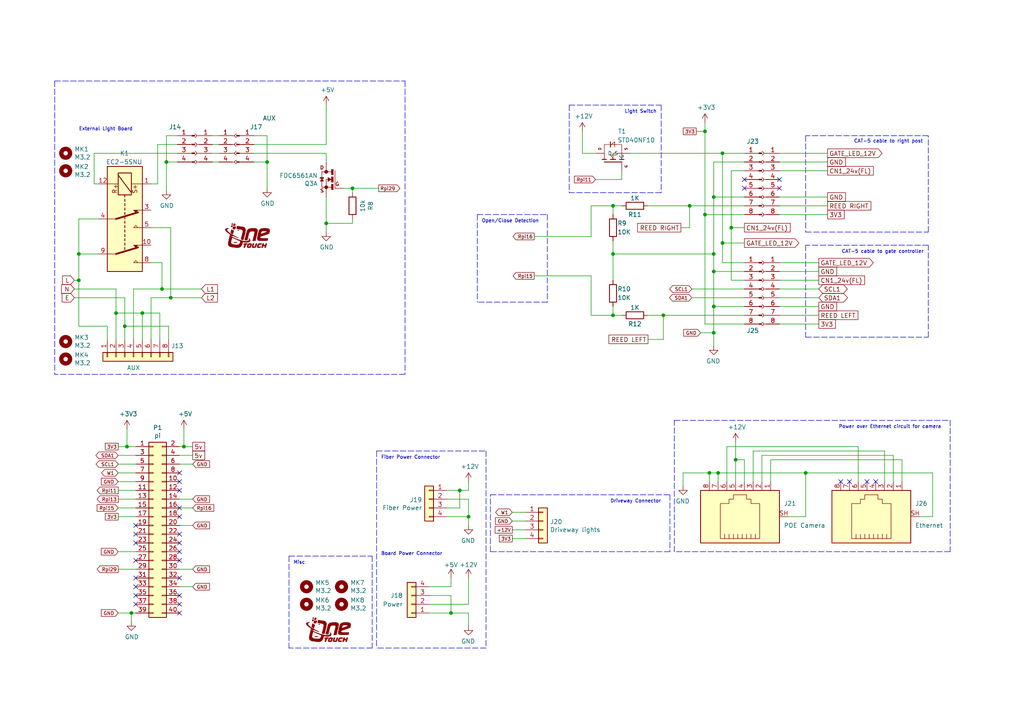
<source format=kicad_sch>
(kicad_sch (version 20211123) (generator eeschema)
  (paper "A4")
  (title_block (title "Raspberry Pi daughter board") (date "2021-12-31") (rev "2022.1.2") (company "Donie Kelly"))
  (lib_symbols
    (symbol "Connector:Conn_01x04_Female" (pin_names (offset 1.016) hide)
      (property "Reference" "J" (at 0 5.08 0))
      (property "Value" "Conn_01x04_Female" (at 0 -7.62 0))
      (symbol "Conn_01x04_Female_1_1"
        (pin passive line (at -5.08 2.54 0) (length 3.81) (name "Pin_1") (number "1"))
        (pin passive line (at -5.08 0 0) (length 3.81) (name "Pin_2") (number "2"))
        (pin passive line (at -5.08 -2.54 0) (length 3.81) (name "Pin_3") (number "3"))
        (pin passive line (at -5.08 -5.08 0) (length 3.81) (name "Pin_4") (number "4"))
      )
    )
    (symbol "Connector:Conn_01x04_Male" (pin_names (offset 1.016) hide)
      (property "Reference" "J" (at 0 5.08 0))
      (property "Value" "Conn_01x04_Male" (at 0 -7.62 0))
      (symbol "Conn_01x04_Male_1_1"
        (pin passive line (at 5.08 2.54 180) (length 3.81) (name "Pin_1") (number "1"))
        (pin passive line (at 5.08 0 180) (length 3.81) (name "Pin_2") (number "2"))
        (pin passive line (at 5.08 -2.54 180) (length 3.81) (name "Pin_3") (number "3"))
        (pin passive line (at 5.08 -5.08 180) (length 3.81) (name "Pin_4") (number "4"))
      )
    )
    (symbol "Connector:Conn_01x08_Female" (pin_names (offset 1.016) hide)
      (property "Reference" "J" (at 0 10.16 0))
      (property "Value" "Conn_01x08_Female" (at 0 -12.7 0))
      (symbol "Conn_01x08_Female_1_1"
        (pin passive line (at -5.08 7.62 0) (length 3.81) (name "Pin_1") (number "1"))
        (pin passive line (at -5.08 5.08 0) (length 3.81) (name "Pin_2") (number "2"))
        (pin passive line (at -5.08 2.54 0) (length 3.81) (name "Pin_3") (number "3"))
        (pin passive line (at -5.08 0 0) (length 3.81) (name "Pin_4") (number "4"))
        (pin passive line (at -5.08 -2.54 0) (length 3.81) (name "Pin_5") (number "5"))
        (pin passive line (at -5.08 -5.08 0) (length 3.81) (name "Pin_6") (number "6"))
        (pin passive line (at -5.08 -7.62 0) (length 3.81) (name "Pin_7") (number "7"))
        (pin passive line (at -5.08 -10.16 0) (length 3.81) (name "Pin_8") (number "8"))
      )
    )
    (symbol "Connector:Conn_01x08_Male" (pin_names (offset 1.016) hide)
      (property "Reference" "J" (at 0 10.16 0))
      (property "Value" "Conn_01x08_Male" (at 0 -12.7 0))
      (symbol "Conn_01x08_Male_1_1"
        (pin passive line (at 5.08 7.62 180) (length 3.81) (name "Pin_1") (number "1"))
        (pin passive line (at 5.08 5.08 180) (length 3.81) (name "Pin_2") (number "2"))
        (pin passive line (at 5.08 2.54 180) (length 3.81) (name "Pin_3") (number "3"))
        (pin passive line (at 5.08 0 180) (length 3.81) (name "Pin_4") (number "4"))
        (pin passive line (at 5.08 -2.54 180) (length 3.81) (name "Pin_5") (number "5"))
        (pin passive line (at 5.08 -5.08 180) (length 3.81) (name "Pin_6") (number "6"))
        (pin passive line (at 5.08 -7.62 180) (length 3.81) (name "Pin_7") (number "7"))
        (pin passive line (at 5.08 -10.16 180) (length 3.81) (name "Pin_8") (number "8"))
      )
    )
    (symbol "Connector:RJ45_Shielded" (pin_names (offset 1.016))
      (property "Reference" "J" (at -5.08 13.97 0))
      (property "Value" "RJ45_Shielded" (at 2.54 13.97 0))
      (symbol "RJ45_Shielded_1_1"
        (pin passive line (at 10.16 -7.62 180) (length 2.54) (name "~") (number "1"))
        (pin passive line (at 10.16 -5.08 180) (length 2.54) (name "~") (number "2"))
        (pin passive line (at 10.16 -2.54 180) (length 2.54) (name "~") (number "3"))
        (pin passive line (at 10.16 0 180) (length 2.54) (name "~") (number "4"))
        (pin passive line (at 10.16 2.54 180) (length 2.54) (name "~") (number "5"))
        (pin passive line (at 10.16 5.08 180) (length 2.54) (name "~") (number "6"))
        (pin passive line (at 10.16 7.62 180) (length 2.54) (name "~") (number "7"))
        (pin passive line (at 10.16 10.16 180) (length 2.54) (name "~") (number "8"))
        (pin passive line (at 0 -12.7 90) (length 2.54) (name "~") (number "SH"))
      )
    )
    (symbol "Connector_Generic:Conn_01x04" (pin_names (offset 1.016) hide)
      (property "Reference" "J" (at 0 5.08 0))
      (property "Value" "Conn_01x04" (at 0 -7.62 0))
      (symbol "Conn_01x04_1_1"
        (pin passive line (at -5.08 2.54 0) (length 3.81) (name "Pin_1") (number "1"))
        (pin passive line (at -5.08 0 0) (length 3.81) (name "Pin_2") (number "2"))
        (pin passive line (at -5.08 -2.54 0) (length 3.81) (name "Pin_3") (number "3"))
        (pin passive line (at -5.08 -5.08 0) (length 3.81) (name "Pin_4") (number "4"))
      )
    )
    (symbol "Connector_Generic:Conn_01x08" (pin_names (offset 1.016) hide)
      (property "Reference" "J" (at 0 10.16 0))
      (property "Value" "Conn_01x08" (at 0 -12.7 0))
      (symbol "Conn_01x08_1_1"
        (pin passive line (at -5.08 7.62 0) (length 3.81) (name "Pin_1") (number "1"))
        (pin passive line (at -5.08 5.08 0) (length 3.81) (name "Pin_2") (number "2"))
        (pin passive line (at -5.08 2.54 0) (length 3.81) (name "Pin_3") (number "3"))
        (pin passive line (at -5.08 0 0) (length 3.81) (name "Pin_4") (number "4"))
        (pin passive line (at -5.08 -2.54 0) (length 3.81) (name "Pin_5") (number "5"))
        (pin passive line (at -5.08 -5.08 0) (length 3.81) (name "Pin_6") (number "6"))
        (pin passive line (at -5.08 -7.62 0) (length 3.81) (name "Pin_7") (number "7"))
        (pin passive line (at -5.08 -10.16 0) (length 3.81) (name "Pin_8") (number "8"))
      )
    )
    (symbol "Connector_Generic:Conn_02x20_Odd_Even" (pin_names (offset 1.016) hide)
      (property "Reference" "J" (at 1.27 25.4 0))
      (property "Value" "Conn_02x20_Odd_Even" (at 1.27 -27.94 0))
      (symbol "Conn_02x20_Odd_Even_1_1"
        (pin passive line (at -5.08 22.86 0) (length 3.81) (name "Pin_1") (number "1"))
        (pin passive line (at 7.62 12.7 180) (length 3.81) (name "Pin_10") (number "10"))
        (pin passive line (at -5.08 10.16 0) (length 3.81) (name "Pin_11") (number "11"))
        (pin passive line (at 7.62 10.16 180) (length 3.81) (name "Pin_12") (number "12"))
        (pin passive line (at -5.08 7.62 0) (length 3.81) (name "Pin_13") (number "13"))
        (pin passive line (at 7.62 7.62 180) (length 3.81) (name "Pin_14") (number "14"))
        (pin passive line (at -5.08 5.08 0) (length 3.81) (name "Pin_15") (number "15"))
        (pin passive line (at 7.62 5.08 180) (length 3.81) (name "Pin_16") (number "16"))
        (pin passive line (at -5.08 2.54 0) (length 3.81) (name "Pin_17") (number "17"))
        (pin passive line (at 7.62 2.54 180) (length 3.81) (name "Pin_18") (number "18"))
        (pin passive line (at -5.08 0 0) (length 3.81) (name "Pin_19") (number "19"))
        (pin passive line (at 7.62 22.86 180) (length 3.81) (name "Pin_2") (number "2"))
        (pin passive line (at 7.62 0 180) (length 3.81) (name "Pin_20") (number "20"))
        (pin passive line (at -5.08 -2.54 0) (length 3.81) (name "Pin_21") (number "21"))
        (pin passive line (at 7.62 -2.54 180) (length 3.81) (name "Pin_22") (number "22"))
        (pin passive line (at -5.08 -5.08 0) (length 3.81) (name "Pin_23") (number "23"))
        (pin passive line (at 7.62 -5.08 180) (length 3.81) (name "Pin_24") (number "24"))
        (pin passive line (at -5.08 -7.62 0) (length 3.81) (name "Pin_25") (number "25"))
        (pin passive line (at 7.62 -7.62 180) (length 3.81) (name "Pin_26") (number "26"))
        (pin passive line (at -5.08 -10.16 0) (length 3.81) (name "Pin_27") (number "27"))
        (pin passive line (at 7.62 -10.16 180) (length 3.81) (name "Pin_28") (number "28"))
        (pin passive line (at -5.08 -12.7 0) (length 3.81) (name "Pin_29") (number "29"))
        (pin passive line (at -5.08 20.32 0) (length 3.81) (name "Pin_3") (number "3"))
        (pin passive line (at 7.62 -12.7 180) (length 3.81) (name "Pin_30") (number "30"))
        (pin passive line (at -5.08 -15.24 0) (length 3.81) (name "Pin_31") (number "31"))
        (pin passive line (at 7.62 -15.24 180) (length 3.81) (name "Pin_32") (number "32"))
        (pin passive line (at -5.08 -17.78 0) (length 3.81) (name "Pin_33") (number "33"))
        (pin passive line (at 7.62 -17.78 180) (length 3.81) (name "Pin_34") (number "34"))
        (pin passive line (at -5.08 -20.32 0) (length 3.81) (name "Pin_35") (number "35"))
        (pin passive line (at 7.62 -20.32 180) (length 3.81) (name "Pin_36") (number "36"))
        (pin passive line (at -5.08 -22.86 0) (length 3.81) (name "Pin_37") (number "37"))
        (pin passive line (at 7.62 -22.86 180) (length 3.81) (name "Pin_38") (number "38"))
        (pin passive line (at -5.08 -25.4 0) (length 3.81) (name "Pin_39") (number "39"))
        (pin passive line (at 7.62 20.32 180) (length 3.81) (name "Pin_4") (number "4"))
        (pin passive line (at 7.62 -25.4 180) (length 3.81) (name "Pin_40") (number "40"))
        (pin passive line (at -5.08 17.78 0) (length 3.81) (name "Pin_5") (number "5"))
        (pin passive line (at 7.62 17.78 180) (length 3.81) (name "Pin_6") (number "6"))
        (pin passive line (at -5.08 15.24 0) (length 3.81) (name "Pin_7") (number "7"))
        (pin passive line (at 7.62 15.24 180) (length 3.81) (name "Pin_8") (number "8"))
        (pin passive line (at -5.08 12.7 0) (length 3.81) (name "Pin_9") (number "9"))
      )
    )
    (symbol "Device:R" (pin_numbers hide) (pin_names (offset 0))
      (property "Reference" "R" (at 2.032 0 90))
      (property "Value" "R" (at 0 0 90))
      (symbol "R_1_1"
        (pin passive line (at 0 3.81 270) (length 1.27) (name "~") (number "1"))
        (pin passive line (at 0 -3.81 90) (length 1.27) (name "~") (number "2"))
      )
    )
    (symbol "FDC6561AN:FDC6561AN" (pin_numbers hide) (pin_names (offset 1.016) hide)
      (property "Reference" "Q" (at 2.54 0 0))
      (property "Value" "FDC6561AN" (at 2.54 -2.54 0))
      (symbol "FDC6561AN_0_0"
        (text "D" (at 0.635 2.8702 0) (effects (font (size 1.016 1.016)) (justify left bottom)))
        (text "D" (at 0.635 2.8702 0) (effects (font (size 1.016 1.016)) (justify left bottom)))
        (text "G" (at -3.81 -1.905 0) (effects (font (size 1.016 1.016)) (justify left bottom)))
        (text "G" (at -3.81 -1.905 0) (effects (font (size 1.016 1.016)) (justify left bottom)))
        (text "S" (at 0.635 -3.81 0) (effects (font (size 1.016 1.016)) (justify left bottom)))
        (text "S" (at 0.635 -3.81 0) (effects (font (size 1.016 1.016)) (justify left bottom)))
      )
      (symbol "FDC6561AN_1_0"
        (pin passive line (at -5.08 -2.54 0) (length 2.54) (name "~") (number "1"))
        (pin passive line (at 0 -5.08 90) (length 2.54) (name "~") (number "5"))
        (pin passive line (at 0 5.08 270) (length 2.54) (name "~") (number "6"))
      )
      (symbol "FDC6561AN_2_0"
        (pin passive line (at 0 -5.08 90) (length 2.54) (name "~") (number "2"))
        (pin passive line (at -5.08 -2.54 0) (length 2.54) (name "~") (number "3"))
        (pin passive line (at 0 5.08 270) (length 2.54) (name "~") (number "4"))
      )
    )
    (symbol "Mechanical:MountingHole" (pin_names (offset 1.016))
      (property "Reference" "H" (at 0 5.08 0))
      (property "Value" "MountingHole" (at 0 3.175 0))
    )
    (symbol "Relay:EC2-5SNU"
      (property "Reference" "K" (at 15.24 8.89 0))
      (property "Value" "EC2-5SNU" (at 19.05 6.35 0))
      (symbol "EC2-5SNU_0_0"
        (text "S" (at -8.001 2.921 0) (effects (font (size 1.27 1.27))))
      )
      (symbol "EC2-5SNU_1_1"
        (text "+" (at -9.398 -2.667 0) (effects (font (size 1.27 1.27))))
        (text "+" (at -9.271 2.921 0) (effects (font (size 1.27 1.27))))
        (text "R" (at -8.001 -2.921 0) (effects (font (size 1.27 1.27))))
        (pin passive line (at -10.16 7.62 270) (length 2.54) (name "~") (number "1"))
        (pin passive line (at 7.62 7.62 270) (length 2.54) (name "~") (number "10"))
        (pin passive line (at -10.16 -7.62 90) (length 2.54) (name "~") (number "12"))
        (pin passive line (at -2.54 7.62 270) (length 2.54) (name "~") (number "3"))
        (pin passive line (at 0 -7.62 90) (length 2.54) (name "~") (number "4"))
        (pin passive line (at 2.54 7.62 270) (length 2.54) (name "~") (number "5"))
        (pin passive line (at 12.7 7.62 270) (length 2.54) (name "~") (number "8"))
        (pin passive line (at 10.16 -7.62 90) (length 2.54) (name "~") (number "9"))
      )
    )
    (symbol "STD40NF10:STD40NF10" (pin_numbers hide) (pin_names (offset 1.016))
      (property "Reference" "T" (at -11.43 2.54 0))
      (property "Value" "STD40NF10_STD40NF10" (at -11.43 0 0))
      (symbol "STD40NF10_0_0"
        (text "D" (at 3.81 3.81 0) (effects (font (size 0.7112 0.7112))))
        (text "G" (at -1.27 -3.81 0) (effects (font (size 0.7112 0.7112))))
        (text "S" (at 3.81 -3.81 0) (effects (font (size 0.7112 0.7112))))
        (pin passive line (at -2.54 -2.54 0) (length 2.54) (name "G") (number "1"))
        (pin passive line (at 2.54 5.08 270) (length 2.54) (name "D") (number "2"))
        (pin passive line (at 2.54 -5.08 90) (length 2.54) (name "S") (number "3"))
      )
    )
    (symbol "onetouchlogo:LOGO" (pin_names (offset 1.016)))
    (symbol "power:+12V" (power) (pin_names (offset 0))
      (property "Value" "+12V" (at 0 3.556 0))
      (symbol "+12V_1_1"
        (pin power_in line (at 0 0 90) (length 0) hide (name "+12V") (number "1"))
      )
    )
    (symbol "power:+3.3V" (power) (pin_names (offset 0))
      (property "Value" "+3.3V" (at 0 3.556 0))
      (symbol "+3.3V_1_1"
        (pin power_in line (at 0 0 90) (length 0) hide (name "+3V3") (number "1"))
      )
    )
    (symbol "power:+5V" (power) (pin_names (offset 0))
      (property "Value" "+5V" (at 0 3.556 0))
      (symbol "+5V_1_1"
        (pin power_in line (at 0 0 90) (length 0) hide (name "+5V") (number "1"))
      )
    )
    (symbol "power:GND" (power) (pin_names (offset 0))
      (property "Value" "GND" (at 0 -3.81 0))
      (symbol "GND_1_1"
        (pin power_in line (at 0 0 270) (length 0) hide (name "GND") (number "1"))
      )
    )
  )
  (junction (at 22.86 81.28))
  (junction (at 48.26 46.99))
  (junction (at 212.09 66.04))
  (junction (at 207.01 96.52))
  (junction (at 207.01 73.66))
  (junction (at 36.195 94.615))
  (junction (at 177.8 73.66))
  (junction (at 209.55 70.485))
  (junction (at 22.86 73.66))
  (junction (at 200.025 59.69))
  (junction (at 207.01 57.15))
  (junction (at 192.405 91.44))
  (junction (at 209.55 44.45))
  (junction (at 38.1 177.8))
  (junction (at 102.235 54.61))
  (junction (at 94.615 64.77))
  (junction (at 49.53 86.36))
  (junction (at 213.36 133.35))
  (junction (at 130.81 177.8))
  (junction (at 207.01 78.74))
  (junction (at 133.35 142.24))
  (junction (at 207.01 88.9))
  (junction (at 36.83 129.54))
  (junction (at 135.89 149.86))
  (junction (at 205.74 137.16))
  (junction (at 204.47 62.23))
  (junction (at 177.8 59.69))
  (junction (at 33.655 90.805))
  (junction (at 208.28 137.16))
  (junction (at 77.47 46.99))
  (junction (at 177.8 91.44))
  (junction (at 53.34 129.54))
  (junction (at 46.99 83.82))
  (junction (at 204.47 38.1))
  (junction (at 41.275 90.805))
  (junction (at 233.68 137.16))
  (no_connect (at 52.07 147.32))
  (no_connect (at 39.37 175.26))
  (no_connect (at 39.37 152.4))
  (no_connect (at 39.37 167.64))
  (no_connect (at 226.06 52.07))
  (no_connect (at 226.06 54.61))
  (no_connect (at 215.9 52.07))
  (no_connect (at 215.9 54.61))
  (no_connect (at 52.07 177.8))
  (no_connect (at 52.07 162.56))
  (no_connect (at 52.07 167.64))
  (no_connect (at 39.37 162.56))
  (no_connect (at 52.07 142.24))
  (no_connect (at 52.07 157.48))
  (no_connect (at 52.07 149.86))
  (no_connect (at 52.07 137.16))
  (no_connect (at 52.07 175.26))
  (no_connect (at 39.37 157.48))
  (no_connect (at 39.37 172.72))
  (no_connect (at 243.84 139.7))
  (no_connect (at 246.38 139.7))
  (no_connect (at 251.46 139.7))
  (no_connect (at 254 139.7))
  (no_connect (at 39.37 154.94))
  (no_connect (at 39.37 170.18))
  (no_connect (at 52.07 172.72))
  (no_connect (at 52.07 160.02))
  (no_connect (at 52.07 139.7))
  (no_connect (at 52.07 154.94))
  (wire (pts (xy 22.86 73.66) (xy 22.86 63.5)))
  (wire (pts (xy 223.52 133.35) (xy 261.62 133.35)))
  (wire (pts (xy 212.09 81.28) (xy 212.09 66.04)))
  (wire (pts (xy 21.59 81.28) (xy 22.86 81.28)))
  (polyline (pts (xy 107.95 161.29) (xy 107.95 187.96)))
  (polyline (pts (xy 140.97 187.96) (xy 109.22 187.96)))
  (wire (pts (xy 135.89 167.64) (xy 135.89 175.26)))
  (wire (pts (xy 226.06 93.98) (xy 237.49 93.98)))
  (wire (pts (xy 39.37 134.62) (xy 34.29 134.62)))
  (wire (pts (xy 55.88 165.1) (xy 52.07 165.1)))
  (wire (pts (xy 248.92 129.54) (xy 248.92 139.7)))
  (wire (pts (xy 177.8 73.66) (xy 207.01 73.66)))
  (wire (pts (xy 187.96 98.425) (xy 192.405 98.425)))
  (wire (pts (xy 223.52 139.7) (xy 223.52 133.35)))
  (wire (pts (xy 215.9 78.74) (xy 207.01 78.74)))
  (wire (pts (xy 187.96 59.69) (xy 200.025 59.69)))
  (wire (pts (xy 48.26 55.245) (xy 48.26 46.99)))
  (wire (pts (xy 129.54 147.32) (xy 133.35 147.32)))
  (wire (pts (xy 212.09 81.28) (xy 215.9 81.28)))
  (wire (pts (xy 172.72 52.07) (xy 180.34 52.07)))
  (wire (pts (xy 226.06 76.2) (xy 237.49 76.2)))
  (wire (pts (xy 205.74 137.16) (xy 208.28 137.16)))
  (wire (pts (xy 207.01 73.66) (xy 207.01 78.74)))
  (wire (pts (xy 21.59 86.36) (xy 36.195 86.36)))
  (wire (pts (xy 34.29 147.32) (xy 39.37 147.32)))
  (wire (pts (xy 177.8 69.85) (xy 177.8 73.66)))
  (wire (pts (xy 94.615 64.77) (xy 102.235 64.77)))
  (wire (pts (xy 135.89 144.78) (xy 129.54 144.78)))
  (wire (pts (xy 51.435 39.37) (xy 48.26 39.37)))
  (wire (pts (xy 213.36 133.35) (xy 213.36 139.7)))
  (wire (pts (xy 46.99 83.82) (xy 58.42 83.82)))
  (wire (pts (xy 226.06 57.15) (xy 240.03 57.15)))
  (polyline (pts (xy 165.1 30.48) (xy 165.1 55.88)))
  (polyline (pts (xy 233.68 71.12) (xy 233.68 97.79)))
  (wire (pts (xy 226.06 78.74) (xy 237.49 78.74)))
  (wire (pts (xy 33.655 90.805) (xy 33.655 98.425)))
  (wire (pts (xy 226.06 46.99) (xy 240.03 46.99)))
  (wire (pts (xy 61.595 41.91) (xy 63.5 41.91)))
  (wire (pts (xy 177.8 73.66) (xy 177.8 81.28)))
  (wire (pts (xy 218.44 130.81) (xy 256.54 130.81)))
  (wire (pts (xy 55.88 170.18) (xy 52.07 170.18)))
  (wire (pts (xy 129.54 149.86) (xy 135.89 149.86)))
  (wire (pts (xy 226.06 88.9) (xy 237.49 88.9)))
  (wire (pts (xy 177.8 59.69) (xy 180.34 59.69)))
  (wire (pts (xy 192.405 91.44) (xy 192.405 98.425)))
  (wire (pts (xy 46.355 90.805) (xy 46.355 98.425)))
  (wire (pts (xy 203.2 96.52) (xy 207.01 96.52)))
  (wire (pts (xy 259.08 139.7) (xy 259.08 132.08)))
  (wire (pts (xy 94.615 30.48) (xy 94.615 41.91)))
  (wire (pts (xy 212.09 66.04) (xy 212.09 49.53)))
  (wire (pts (xy 215.9 133.35) (xy 213.36 133.35)))
  (wire (pts (xy 148.59 156.21) (xy 152.4 156.21)))
  (wire (pts (xy 31.115 94.615) (xy 31.115 98.425)))
  (wire (pts (xy 233.68 137.16) (xy 208.28 137.16)))
  (wire (pts (xy 226.06 83.82) (xy 237.49 83.82)))
  (wire (pts (xy 226.06 91.44) (xy 237.49 91.44)))
  (wire (pts (xy 77.47 39.37) (xy 77.47 46.99)))
  (wire (pts (xy 226.06 59.69) (xy 240.03 59.69)))
  (polyline (pts (xy 15.875 23.495) (xy 15.875 108.585)))
  (polyline (pts (xy 117.475 108.585) (xy 15.875 108.585)))
  (wire (pts (xy 228.6 149.86) (xy 233.68 149.86)))
  (wire (pts (xy 48.895 98.425) (xy 48.895 94.615)))
  (wire (pts (xy 177.8 62.23) (xy 177.8 59.69)))
  (wire (pts (xy 192.405 91.44) (xy 215.9 91.44)))
  (wire (pts (xy 226.06 81.28) (xy 237.49 81.28)))
  (polyline (pts (xy 191.77 55.88) (xy 165.1 55.88)))
  (wire (pts (xy 177.8 91.44) (xy 180.34 91.44)))
  (polyline (pts (xy 191.77 30.48) (xy 191.77 55.88)))
  (wire (pts (xy 200.66 83.82) (xy 215.9 83.82)))
  (wire (pts (xy 94.615 64.77) (xy 94.615 67.31)))
  (wire (pts (xy 55.88 152.4) (xy 52.07 152.4)))
  (wire (pts (xy 226.06 44.45) (xy 240.03 44.45)))
  (wire (pts (xy 102.235 54.61) (xy 109.855 54.61)))
  (wire (pts (xy 39.37 129.54) (xy 36.83 129.54)))
  (wire (pts (xy 209.55 44.45) (xy 215.9 44.45)))
  (wire (pts (xy 124.46 172.72) (xy 130.81 172.72)))
  (wire (pts (xy 41.275 90.805) (xy 46.355 90.805)))
  (polyline (pts (xy 142.24 160.02) (xy 142.24 143.51)))
  (wire (pts (xy 102.235 54.61) (xy 102.235 55.88)))
  (wire (pts (xy 52.07 129.54) (xy 53.34 129.54)))
  (wire (pts (xy 187.96 91.44) (xy 192.405 91.44)))
  (polyline (pts (xy 233.68 97.79) (xy 269.24 97.79)))
  (wire (pts (xy 200.025 59.69) (xy 200.025 66.04)))
  (wire (pts (xy 49.53 86.36) (xy 58.42 86.36)))
  (wire (pts (xy 171.45 80.01) (xy 171.45 91.44)))
  (wire (pts (xy 207.01 57.15) (xy 215.9 57.15)))
  (wire (pts (xy 36.83 129.54) (xy 34.29 129.54)))
  (wire (pts (xy 207.01 78.74) (xy 207.01 88.9)))
  (wire (pts (xy 46.99 76.2) (xy 46.99 83.82)))
  (wire (pts (xy 36.195 86.36) (xy 36.195 94.615)))
  (wire (pts (xy 130.81 170.18) (xy 130.81 167.64)))
  (polyline (pts (xy 194.31 143.51) (xy 194.31 160.02)))
  (wire (pts (xy 208.28 137.16) (xy 208.28 139.7)))
  (wire (pts (xy 124.46 177.8) (xy 130.81 177.8)))
  (wire (pts (xy 209.55 76.2) (xy 209.55 70.485)))
  (wire (pts (xy 102.235 63.5) (xy 102.235 64.77)))
  (wire (pts (xy 52.07 144.78) (xy 55.88 144.78)))
  (wire (pts (xy 168.91 38.1) (xy 168.91 44.45)))
  (wire (pts (xy 61.595 46.99) (xy 63.5 46.99)))
  (wire (pts (xy 226.06 49.53) (xy 240.03 49.53)))
  (wire (pts (xy 210.82 139.7) (xy 210.82 129.54)))
  (wire (pts (xy 212.09 66.04) (xy 215.9 66.04)))
  (wire (pts (xy 177.8 88.9) (xy 177.8 91.44)))
  (wire (pts (xy 33.655 83.82) (xy 33.655 90.805)))
  (wire (pts (xy 99.695 54.61) (xy 102.235 54.61)))
  (polyline (pts (xy 165.1 30.48) (xy 191.77 30.48)))
  (wire (pts (xy 215.9 93.98) (xy 204.47 93.98)))
  (wire (pts (xy 135.89 142.24) (xy 133.35 142.24)))
  (wire (pts (xy 61.595 39.37) (xy 63.5 39.37)))
  (wire (pts (xy 266.7 149.86) (xy 270.51 149.86)))
  (wire (pts (xy 38.1 180.34) (xy 38.1 177.8)))
  (wire (pts (xy 270.51 149.86) (xy 270.51 137.16)))
  (wire (pts (xy 171.45 59.69) (xy 177.8 59.69)))
  (wire (pts (xy 135.89 177.8) (xy 135.89 181.61)))
  (polyline (pts (xy 138.43 62.23) (xy 138.43 87.63)))
  (polyline (pts (xy 195.58 121.92) (xy 275.59 121.92)))
  (wire (pts (xy 135.89 139.7) (xy 135.89 142.24)))
  (polyline (pts (xy 233.68 39.37) (xy 233.68 67.31)))
  (wire (pts (xy 34.29 142.24) (xy 39.37 142.24)))
  (wire (pts (xy 22.86 81.28) (xy 22.86 94.615)))
  (polyline (pts (xy 107.95 187.96) (xy 83.82 187.96)))
  (wire (pts (xy 22.86 73.66) (xy 28.575 73.66)))
  (polyline (pts (xy 275.59 121.92) (xy 275.59 160.02)))
  (polyline (pts (xy 83.82 161.29) (xy 107.95 161.29)))
  (wire (pts (xy 198.12 137.16) (xy 205.74 137.16)))
  (wire (pts (xy 133.35 147.32) (xy 133.35 142.24)))
  (wire (pts (xy 34.29 144.78) (xy 39.37 144.78)))
  (wire (pts (xy 52.07 132.08) (xy 55.88 132.08)))
  (wire (pts (xy 34.29 165.1) (xy 39.37 165.1)))
  (polyline (pts (xy 142.24 143.51) (xy 194.31 143.51)))
  (wire (pts (xy 180.34 52.07) (xy 180.34 49.53)))
  (polyline (pts (xy 275.59 160.02) (xy 195.58 160.02)))
  (wire (pts (xy 77.47 46.99) (xy 77.47 54.61)))
  (wire (pts (xy 22.86 94.615) (xy 31.115 94.615)))
  (wire (pts (xy 226.06 62.23) (xy 240.03 62.23)))
  (wire (pts (xy 207.01 46.99) (xy 207.01 57.15)))
  (wire (pts (xy 36.195 94.615) (xy 36.195 98.425)))
  (polyline (pts (xy 269.24 97.79) (xy 269.24 71.12)))
  (wire (pts (xy 270.51 137.16) (xy 233.68 137.16)))
  (polyline (pts (xy 194.31 160.02) (xy 142.24 160.02)))
  (wire (pts (xy 34.29 139.7) (xy 39.37 139.7)))
  (wire (pts (xy 201.93 38.1) (xy 204.47 38.1)))
  (wire (pts (xy 182.88 44.45) (xy 209.55 44.45)))
  (wire (pts (xy 209.55 70.485) (xy 215.9 70.485)))
  (wire (pts (xy 168.91 44.45) (xy 172.72 44.45)))
  (wire (pts (xy 198.12 140.97) (xy 198.12 137.16)))
  (wire (pts (xy 200.025 59.69) (xy 215.9 59.69)))
  (wire (pts (xy 226.06 86.36) (xy 237.49 86.36)))
  (wire (pts (xy 45.72 41.91) (xy 51.435 41.91)))
  (wire (pts (xy 39.37 132.08) (xy 34.29 132.08)))
  (wire (pts (xy 94.615 44.45) (xy 94.615 46.99)))
  (wire (pts (xy 200.66 86.36) (xy 215.9 86.36)))
  (wire (pts (xy 43.815 86.36) (xy 49.53 86.36)))
  (wire (pts (xy 218.44 139.7) (xy 218.44 130.81)))
  (polyline (pts (xy 140.97 130.81) (xy 140.97 187.96)))
  (wire (pts (xy 135.89 152.4) (xy 135.89 149.86)))
  (wire (pts (xy 130.81 177.8) (xy 135.89 177.8)))
  (wire (pts (xy 73.66 46.99) (xy 77.47 46.99)))
  (wire (pts (xy 27.305 44.45) (xy 27.305 53.34)))
  (wire (pts (xy 212.09 49.53) (xy 215.9 49.53)))
  (wire (pts (xy 205.74 139.7) (xy 205.74 137.16)))
  (wire (pts (xy 154.94 68.58) (xy 171.45 68.58)))
  (wire (pts (xy 48.26 46.99) (xy 51.435 46.99)))
  (wire (pts (xy 130.81 172.72) (xy 130.81 177.8)))
  (wire (pts (xy 34.29 160.02) (xy 39.37 160.02)))
  (wire (pts (xy 49.53 66.04) (xy 49.53 86.36)))
  (wire (pts (xy 148.59 148.59) (xy 152.4 148.59)))
  (wire (pts (xy 43.815 98.425) (xy 43.815 86.36)))
  (wire (pts (xy 45.72 41.91) (xy 45.72 53.34)))
  (wire (pts (xy 207.01 57.15) (xy 207.01 73.66)))
  (wire (pts (xy 215.9 139.7) (xy 215.9 133.35)))
  (wire (pts (xy 38.735 83.82) (xy 38.735 98.425)))
  (polyline (pts (xy 109.22 130.81) (xy 109.22 187.96)))
  (polyline (pts (xy 158.75 87.63) (xy 138.43 87.63)))
  (wire (pts (xy 129.54 142.24) (xy 133.35 142.24)))
  (wire (pts (xy 53.34 124.46) (xy 53.34 129.54)))
  (wire (pts (xy 259.08 132.08) (xy 220.98 132.08)))
  (wire (pts (xy 197.485 66.04) (xy 200.025 66.04)))
  (polyline (pts (xy 269.24 71.12) (xy 233.68 71.12)))
  (wire (pts (xy 22.86 73.66) (xy 22.86 81.28)))
  (wire (pts (xy 43.815 76.2) (xy 46.99 76.2)))
  (wire (pts (xy 204.47 62.23) (xy 204.47 38.1)))
  (wire (pts (xy 220.98 132.08) (xy 220.98 139.7)))
  (wire (pts (xy 22.86 63.5) (xy 28.575 63.5)))
  (wire (pts (xy 73.66 44.45) (xy 94.615 44.45)))
  (wire (pts (xy 34.29 137.16) (xy 39.37 137.16)))
  (wire (pts (xy 213.36 128.27) (xy 213.36 133.35)))
  (wire (pts (xy 207.01 88.9) (xy 207.01 96.52)))
  (polyline (pts (xy 233.68 67.31) (xy 269.24 67.31)))
  (wire (pts (xy 94.615 57.15) (xy 94.615 64.77)))
  (polyline (pts (xy 15.875 23.495) (xy 117.475 23.495)))
  (wire (pts (xy 33.655 90.805) (xy 41.275 90.805)))
  (wire (pts (xy 148.59 153.67) (xy 152.4 153.67)))
  (wire (pts (xy 154.94 80.01) (xy 171.45 80.01)))
  (wire (pts (xy 124.46 175.26) (xy 135.89 175.26)))
  (wire (pts (xy 41.275 90.805) (xy 41.275 98.425)))
  (wire (pts (xy 215.9 62.23) (xy 204.47 62.23)))
  (wire (pts (xy 148.59 151.13) (xy 152.4 151.13)))
  (wire (pts (xy 28.575 53.34) (xy 27.305 53.34)))
  (wire (pts (xy 43.815 53.34) (xy 45.72 53.34)))
  (wire (pts (xy 171.45 91.44) (xy 177.8 91.44)))
  (polyline (pts (xy 138.43 62.23) (xy 158.75 62.23)))
  (wire (pts (xy 52.07 134.62) (xy 55.88 134.62)))
  (wire (pts (xy 124.46 170.18) (xy 130.81 170.18)))
  (wire (pts (xy 73.66 41.91) (xy 94.615 41.91)))
  (polyline (pts (xy 269.24 67.31) (xy 269.24 39.37)))
  (polyline (pts (xy 117.475 23.495) (xy 117.475 108.585)))
  (wire (pts (xy 204.47 38.1) (xy 204.47 35.56)))
  (wire (pts (xy 261.62 133.35) (xy 261.62 139.7)))
  (wire (pts (xy 27.305 44.45) (xy 51.435 44.45)))
  (wire (pts (xy 207.01 88.9) (xy 215.9 88.9)))
  (wire (pts (xy 48.895 94.615) (xy 36.195 94.615)))
  (wire (pts (xy 135.89 149.86) (xy 135.89 144.78)))
  (polyline (pts (xy 195.58 160.02) (xy 195.58 121.92)))
  (wire (pts (xy 171.45 68.58) (xy 171.45 59.69)))
  (wire (pts (xy 48.26 39.37) (xy 48.26 46.99)))
  (wire (pts (xy 207.01 46.99) (xy 215.9 46.99)))
  (wire (pts (xy 204.47 62.23) (xy 204.47 93.98)))
  (wire (pts (xy 38.1 177.8) (xy 39.37 177.8)))
  (polyline (pts (xy 109.22 130.81) (xy 140.97 130.81)))
  (wire (pts (xy 21.59 83.82) (xy 33.655 83.82)))
  (wire (pts (xy 61.595 44.45) (xy 63.5 44.45)))
  (wire (pts (xy 34.29 177.8) (xy 38.1 177.8)))
  (wire (pts (xy 46.99 83.82) (xy 38.735 83.82)))
  (wire (pts (xy 52.07 147.32) (xy 55.88 147.32)))
  (wire (pts (xy 233.68 149.86) (xy 233.68 137.16)))
  (wire (pts (xy 39.37 149.86) (xy 34.29 149.86)))
  (wire (pts (xy 210.82 129.54) (xy 248.92 129.54)))
  (wire (pts (xy 53.34 129.54) (xy 55.88 129.54)))
  (wire (pts (xy 256.54 130.81) (xy 256.54 139.7)))
  (wire (pts (xy 36.83 124.46) (xy 36.83 129.54)))
  (wire (pts (xy 209.55 70.485) (xy 209.55 44.45)))
  (polyline (pts (xy 269.24 39.37) (xy 233.68 39.37)))
  (polyline (pts (xy 83.82 161.29) (xy 83.82 187.96)))
  (wire (pts (xy 73.66 39.37) (xy 77.47 39.37)))
  (wire (pts (xy 215.9 76.2) (xy 209.55 76.2)))
  (wire (pts (xy 207.01 96.52) (xy 207.01 100.33)))
  (wire (pts (xy 43.815 66.04) (xy 49.53 66.04)))
  (polyline (pts (xy 158.75 62.23) (xy 158.75 87.63)))
  (text "Board Power Connector" (at 110.49 161.29 0) (effects (font (size 0.9906 0.9906)) (justify left bottom)))
  (text "Open/Close Detection" (at 139.7 64.77 0) (effects (font (size 0.9906 0.9906)) (justify left bottom)))
  (text "External Light Board" (at 22.86 38.1 0) (effects (font (size 0.9906 0.9906)) (justify left bottom)))
  (text "Fiber Power Connector" (at 110.49 133.35 0) (effects (font (size 0.9906 0.9906)) (justify left bottom)))
  (text "Driveway Connector" (at 191.77 146.05 180) (effects (font (size 0.9906 0.9906)) (justify right bottom)))
  (text "CAT-5 cable to gate controller" (at 267.97 73.66 180) (effects (font (size 0.9906 0.9906)) (justify right bottom)))
  (text "Power over Ethernet circuit for camera" (at 273.05 124.46 180) (effects (font (size 0.9906 0.9906)) (justify right bottom)))
  (text "Misc" (at 85.09 163.83 0) (effects (font (size 0.9906 0.9906)) (justify left bottom)))
  (text "Light Switch" (at 190.5 33.02 180) (effects (font (size 0.9906 0.9906)) (justify right bottom)))
  (text "CAT-5 cable to right post" (at 267.716 41.656 180) (effects (font (size 0.9906 0.9906)) (justify right bottom)))
  (global_label "L1" (shape input) (at 58.42 83.82 0) (property "Intersheet References" "${INTERSHEET_REFS}" (effects hide)))
  (global_label "GATE_LED_12V" (shape output) (at 215.9 70.485 0) (property "Intersheet References" "${INTERSHEET_REFS}" (effects hide)))
  (global_label "SCL1" (shape bidirectional) (at 237.49 83.82 0) (property "Intersheet References" "${INTERSHEET_REFS}" (effects hide)))
  (global_label "GATE_LED_12V" (shape output) (at 237.49 76.2 0) (property "Intersheet References" "${INTERSHEET_REFS}" (effects hide)))
  (global_label "REED RIGHT" (shape passive) (at 197.485 66.04 180) (property "Intersheet References" "${INTERSHEET_REFS}" (effects hide)))
  (global_label "SCL1" (shape bidirectional) (at 34.29 134.62 180) (effects (font (size 0.9906 0.9906))) (property "Intersheet References" "${INTERSHEET_REFS}" (effects hide)))
  (global_label "Rpi11" (shape output) (at 34.29 142.24 180) (effects (font (size 0.9906 0.9906))) (property "Intersheet References" "${INTERSHEET_REFS}" (effects hide)))
  (global_label "SDA1" (shape bidirectional) (at 237.49 86.36 0) (property "Intersheet References" "${INTERSHEET_REFS}" (effects hide)))
  (global_label "GND" (shape input) (at 55.88 144.78 0) (effects (font (size 0.9906 0.9906))) (property "Intersheet References" "${INTERSHEET_REFS}" (effects hide)))
  (global_label "GATE_LED_12V" (shape output) (at 240.03 44.45 0) (property "Intersheet References" "${INTERSHEET_REFS}" (effects hide)))
  (global_label "W1" (shape bidirectional) (at 34.29 137.16 180) (effects (font (size 0.9906 0.9906))) (property "Intersheet References" "${INTERSHEET_REFS}" (effects hide)))
  (global_label "3V3" (shape passive) (at 240.03 62.23 0) (property "Intersheet References" "${INTERSHEET_REFS}" (effects hide)))
  (global_label "Rpi29" (shape output) (at 109.855 54.61 0) (effects (font (size 0.9906 0.9906))) (property "Intersheet References" "${INTERSHEET_REFS}" (effects hide)))
  (global_label "L2" (shape input) (at 58.42 86.36 0) (property "Intersheet References" "${INTERSHEET_REFS}" (effects hide)))
  (global_label "GND" (shape input) (at 55.88 134.62 0) (effects (font (size 0.9906 0.9906))) (property "Intersheet References" "${INTERSHEET_REFS}" (effects hide)))
  (global_label "GND" (shape input) (at 55.88 152.4 0) (effects (font (size 0.9906 0.9906))) (property "Intersheet References" "${INTERSHEET_REFS}" (effects hide)))
  (global_label "Rpi16" (shape output) (at 154.94 68.58 180) (effects (font (size 0.9906 0.9906))) (property "Intersheet References" "${INTERSHEET_REFS}" (effects hide)))
  (global_label "GND" (shape input) (at 55.88 170.18 0) (effects (font (size 0.9906 0.9906))) (property "Intersheet References" "${INTERSHEET_REFS}" (effects hide)))
  (global_label "L" (shape input) (at 21.59 81.28 180) (property "Intersheet References" "${INTERSHEET_REFS}" (effects hide)))
  (global_label "CN1_24v(FL)" (shape passive) (at 240.03 49.53 0) (property "Intersheet References" "${INTERSHEET_REFS}" (effects hide)))
  (global_label "REED RIGHT" (shape passive) (at 240.03 59.69 0) (property "Intersheet References" "${INTERSHEET_REFS}" (effects hide)))
  (global_label "GND" (shape input) (at 34.29 139.7 180) (effects (font (size 0.9906 0.9906))) (property "Intersheet References" "${INTERSHEET_REFS}" (effects hide)))
  (global_label "REED LEFT" (shape passive) (at 237.49 91.44 0) (property "Intersheet References" "${INTERSHEET_REFS}" (effects hide)))
  (global_label "3V3" (shape passive) (at 34.29 149.86 180) (effects (font (size 0.9906 0.9906))) (property "Intersheet References" "${INTERSHEET_REFS}" (effects hide)))
  (global_label "REED LEFT" (shape passive) (at 187.96 98.425 180) (property "Intersheet References" "${INTERSHEET_REFS}" (effects hide)))
  (global_label "Rpi13" (shape output) (at 34.29 144.78 180) (effects (font (size 0.9906 0.9906))) (property "Intersheet References" "${INTERSHEET_REFS}" (effects hide)))
  (global_label "5v" (shape passive) (at 55.88 129.54 0) (property "Intersheet References" "${INTERSHEET_REFS}" (effects hide)))
  (global_label "GND" (shape passive) (at 240.03 46.99 0) (property "Intersheet References" "${INTERSHEET_REFS}" (effects hide)))
  (global_label "Rpi15" (shape output) (at 154.94 80.01 180) (effects (font (size 0.9906 0.9906))) (property "Intersheet References" "${INTERSHEET_REFS}" (effects hide)))
  (global_label "+12V" (shape passive) (at 148.59 153.67 180) (effects (font (size 0.9906 0.9906))) (property "Intersheet References" "${INTERSHEET_REFS}" (effects hide)))
  (global_label "CN1_24v(FL)" (shape passive) (at 237.49 81.28 0) (property "Intersheet References" "${INTERSHEET_REFS}" (effects hide)))
  (global_label "GND" (shape passive) (at 237.49 78.74 0) (property "Intersheet References" "${INTERSHEET_REFS}" (effects hide)))
  (global_label "GND" (shape passive) (at 240.03 57.15 0) (property "Intersheet References" "${INTERSHEET_REFS}" (effects hide)))
  (global_label "3V3" (shape passive) (at 237.49 93.98 0) (property "Intersheet References" "${INTERSHEET_REFS}" (effects hide)))
  (global_label "GND" (shape input) (at 34.29 177.8 180) (effects (font (size 0.9906 0.9906))) (property "Intersheet References" "${INTERSHEET_REFS}" (effects hide)))
  (global_label "Rpi15" (shape input) (at 34.29 147.32 180) (effects (font (size 0.9906 0.9906))) (property "Intersheet References" "${INTERSHEET_REFS}" (effects hide)))
  (global_label "SDA1" (shape bidirectional) (at 34.29 132.08 180) (effects (font (size 0.9906 0.9906))) (property "Intersheet References" "${INTERSHEET_REFS}" (effects hide)))
  (global_label "Rpi16" (shape input) (at 55.88 147.32 0) (effects (font (size 0.9906 0.9906))) (property "Intersheet References" "${INTERSHEET_REFS}" (effects hide)))
  (global_label "W1" (shape bidirectional) (at 148.59 148.59 180) (effects (font (size 0.9906 0.9906))) (property "Intersheet References" "${INTERSHEET_REFS}" (effects hide)))
  (global_label "N" (shape input) (at 21.59 83.82 180) (property "Intersheet References" "${INTERSHEET_REFS}" (effects hide)))
  (global_label "3V3" (shape passive) (at 34.29 129.54 180) (effects (font (size 0.9906 0.9906))) (property "Intersheet References" "${INTERSHEET_REFS}" (effects hide)))
  (global_label "SCL1" (shape bidirectional) (at 200.66 83.82 180) (effects (font (size 0.9906 0.9906))) (property "Intersheet References" "${INTERSHEET_REFS}" (effects hide)))
  (global_label "CN1_24v(FL)" (shape passive) (at 215.9 66.04 0) (property "Intersheet References" "${INTERSHEET_REFS}" (effects hide)))
  (global_label "E" (shape input) (at 21.59 86.36 180) (property "Intersheet References" "${INTERSHEET_REFS}" (effects hide)))
  (global_label "Rpi11" (shape input) (at 172.72 52.07 180) (effects (font (size 0.9906 0.9906))) (property "Intersheet References" "${INTERSHEET_REFS}" (effects hide)))
  (global_label "GND" (shape input) (at 55.88 165.1 0) (effects (font (size 0.9906 0.9906))) (property "Intersheet References" "${INTERSHEET_REFS}" (effects hide)))
  (global_label "SDA1" (shape bidirectional) (at 200.66 86.36 180) (effects (font (size 0.9906 0.9906))) (property "Intersheet References" "${INTERSHEET_REFS}" (effects hide)))
  (global_label "GND" (shape passive) (at 237.49 88.9 0) (property "Intersheet References" "${INTERSHEET_REFS}" (effects hide)))
  (global_label "5v" (shape passive) (at 55.88 132.08 0) (property "Intersheet References" "${INTERSHEET_REFS}" (effects hide)))
  (global_label "GND" (shape input) (at 148.59 151.13 180) (effects (font (size 0.9906 0.9906))) (property "Intersheet References" "${INTERSHEET_REFS}" (effects hide)))
  (global_label "GND" (shape input) (at 203.2 96.52 180) (effects (font (size 0.9906 0.9906))) (property "Intersheet References" "${INTERSHEET_REFS}" (effects hide)))
  (global_label "GND" (shape input) (at 34.29 160.02 180) (effects (font (size 0.9906 0.9906))) (property "Intersheet References" "${INTERSHEET_REFS}" (effects hide)))
  (global_label "3V3" (shape passive) (at 201.93 38.1 180) (effects (font (size 0.9906 0.9906))) (property "Intersheet References" "${INTERSHEET_REFS}" (effects hide)))
  (global_label "Rpi29" (shape output) (at 34.29 165.1 180) (effects (font (size 0.9906 0.9906))) (property "Intersheet References" "${INTERSHEET_REFS}" (effects hide)))
  (global_label "3V3" (shape passive) (at 148.59 156.21 180) (effects (font (size 0.9906 0.9906))) (property "Intersheet References" "${INTERSHEET_REFS}" (effects hide)))
  (symbol (lib_id "Connector_Generic:Conn_01x04") (at 157.48 151.13 0) (unit 1)
    (property "Reference" "J20" (at 159.512 151.3332 0) (effects (justify left)))
    (property "Value" "Driveway lights" (at 159.512 153.6446 0) (effects (justify left)))
    (property "Footprint" "TerminalBlock_TE-Connectivity:TerminalBlock_TE_282834-4_1x04_P2.54mm_Horizontal" (effects hide))
  )
  (symbol (lib_id "Connector:RJ45_Shielded") (at 254 149.86 90) (unit 1)
    (property "Reference" "J26" (at 265.43 146.05 90) (effects (justify right)))
    (property "Value" "Ethernet" (at 265.43 152.4 90) (effects (justify right)))
    (property "Footprint" "Connector_RJ:RJ45_Amphenol_RJHSE5380" (effects hide))
  )
  (symbol (lib_id "Connector:RJ45_Shielded") (at 215.9 149.86 90) (unit 1)
    (property "Reference" "J21" (at 227.33 146.05 90) (effects (justify right)))
    (property "Value" "POE Camera" (at 227.33 152.4 90) (effects (justify right)))
    (property "Footprint" "Connector_RJ:RJ45_Amphenol_RJHSE5380" (effects hide))
  )
  (symbol (lib_id "power:+12V") (at 213.36 128.27 0) (unit 1)
    (property "Reference" "#PWR021" (effects hide))
    (property "Value" "+12V" (at 213.741 123.8758 0))
  )
  (symbol (lib_id "power:GND") (at 198.12 140.97 0) (mirror y) (unit 1)
    (property "Reference" "#PWR018" (effects hide))
    (property "Value" "GND" (at 197.993 145.3642 0))
  )
  (symbol (lib_id "Connector_Generic:Conn_01x04") (at 119.38 175.26 180) (unit 1)
    (property "Reference" "J18" (at 116.84 172.72 0) (effects (justify left)))
    (property "Value" "Power" (at 116.84 175.26 0) (effects (justify left)))
    (property "Footprint" "TerminalBlock_TE-Connectivity:TerminalBlock_TE_282834-4_1x04_P2.54mm_Horizontal" (effects hide))
  )
  (symbol (lib_id "power:+12V") (at 135.89 167.64 0) (unit 1)
    (property "Reference" "#PWR015" (effects hide))
    (property "Value" "+12V" (at 135.89 163.83 0))
  )
  (symbol (lib_id "power:+5V") (at 130.81 167.64 0) (unit 1)
    (property "Reference" "#PWR012" (effects hide))
    (property "Value" "+5V" (at 130.81 163.83 0))
  )
  (symbol (lib_id "power:GND") (at 135.89 181.61 0) (mirror y) (unit 1)
    (property "Reference" "#PWR016" (effects hide))
    (property "Value" "GND" (at 135.763 186.0042 0))
  )
  (symbol (lib_id "power:GND") (at 207.01 100.33 0) (mirror y) (unit 1)
    (property "Reference" "#PWR020" (effects hide))
    (property "Value" "GND" (at 206.883 104.7242 0))
  )
  (symbol (lib_id "power:+5V") (at 53.34 124.46 0) (unit 1)
    (property "Reference" "#PWR08" (effects hide))
    (property "Value" "+5V" (at 53.721 120.0658 0))
  )
  (symbol (lib_id "power:+3.3V") (at 204.47 35.56 0) (unit 1)
    (property "Reference" "#PWR019" (effects hide))
    (property "Value" "+3.3V" (at 204.851 31.1658 0))
  )
  (symbol (lib_id "STD40NF10:STD40NF10") (at 177.8 46.99 90) (unit 1)
    (property "Reference" "T1" (at 181.61 38.1 90) (effects (justify left)))
    (property "Value" "STD40NF10" (at 179.07 40.64 90) (effects (justify right)))
    (property "Footprint" "STD40NF10:D_PAK" (effects hide))
  )
  (symbol (lib_id "power:+12V") (at 168.91 38.1 0) (unit 1)
    (property "Reference" "#PWR017" (effects hide))
    (property "Value" "+12V" (at 169.291 33.7058 0))
  )
  (symbol (lib_id "onetouchlogo:LOGO") (at 95.25 182.88 0) (unit 1)
    (property "Reference" "G3" (effects hide))
    (property "Value" "LOGO" (effects hide))
    (property "Footprint" "OneTouch_Logo:onetouchlogo" (effects hide))
  )
  (symbol (lib_id "Connector_Generic:Conn_02x20_Odd_Even") (at 44.45 152.4 0) (unit 1)
    (property "Reference" "P1" (at 45.72 124.0282 0))
    (property "Value" "pi" (at 45.72 126.3396 0))
    (property "Footprint" "Connector_PinSocket_2.54mm:PinSocket_2x20_P2.54mm_Vertical" (effects hide))
  )
  (symbol (lib_id "power:GND") (at 38.1 180.34 0) (unit 1)
    (property "Reference" "#PWR06" (effects hide))
    (property "Value" "GND" (at 38.227 184.7342 0))
  )
  (symbol (lib_id "power:+3.3V") (at 36.83 124.46 0) (unit 1)
    (property "Reference" "#PWR05" (effects hide))
    (property "Value" "+3.3V" (at 37.211 120.0658 0))
  )
  (symbol (lib_id "Mechanical:MountingHole") (at 88.9 170.18 0) (unit 1)
    (property "Reference" "MK5" (at 91.44 169.0116 0) (effects (justify left)))
    (property "Value" "M3.2" (at 91.44 171.323 0) (effects (justify left)))
    (property "Footprint" "MountingHole:MountingHole_3.2mm_M3_DIN965_Pad" (effects hide))
  )
  (symbol (lib_id "Mechanical:MountingHole") (at 99.06 170.18 0) (unit 1)
    (property "Reference" "MK7" (at 101.6 169.0116 0) (effects (justify left)))
    (property "Value" "M3.2" (at 101.6 171.323 0) (effects (justify left)))
    (property "Footprint" "MountingHole:MountingHole_3.2mm_M3_DIN965_Pad" (effects hide))
  )
  (symbol (lib_id "Mechanical:MountingHole") (at 88.9 175.26 0) (unit 1)
    (property "Reference" "MK6" (at 91.44 174.0916 0) (effects (justify left)))
    (property "Value" "M3.2" (at 91.44 176.403 0) (effects (justify left)))
    (property "Footprint" "MountingHole:MountingHole_3.2mm_M3_DIN965_Pad" (effects hide))
  )
  (symbol (lib_id "Mechanical:MountingHole") (at 99.06 175.26 0) (unit 1)
    (property "Reference" "MK8" (at 101.6 174.0916 0) (effects (justify left)))
    (property "Value" "M3.2" (at 101.6 176.403 0) (effects (justify left)))
    (property "Footprint" "MountingHole:MountingHole_3.2mm_M3_DIN965_Pad" (effects hide))
  )
  (symbol (lib_id "power:GND") (at 77.47 54.61 0) (unit 1)
    (property "Reference" "#PWR09" (effects hide))
    (property "Value" "GND" (at 77.597 59.0042 0))
  )
  (symbol (lib_id "Connector_Generic:Conn_01x08") (at 38.735 103.505 90) (mirror x) (unit 1)
    (property "Reference" "J13" (at 51.435 100.33 90))
    (property "Value" "AUX" (at 38.735 106.68 90))
    (property "Footprint" "TerminalBlock_Phoenix:TerminalBlock_Phoenix_PT_1.5-8-PVH-3.5" (effects hide))
  )
  (symbol (lib_id "Relay:EC2-5SNU") (at 36.195 63.5 270) (unit 1)
    (property "Reference" "K1" (at 37.465 44.45 90) (effects (justify right)))
    (property "Value" "EC2-5SNU" (at 41.275 46.99 90) (effects (justify right)))
    (property "Footprint" "Relay_THT:Relay_DPDT_Kemet_EC2" (effects hide))
    (property "Datasheet" "https://content.kemet.com/datasheets/KEM_R7002_EC2_EE2.pdf" (effects hide))
  )
  (symbol (lib_id "Connector_Generic:Conn_01x04") (at 124.46 144.78 0) (mirror y) (unit 1)
    (property "Reference" "J19" (at 122.428 144.9832 0) (effects (justify left)))
    (property "Value" "Fiber Power" (at 122.428 147.2946 0) (effects (justify left)))
    (property "Footprint" "TerminalBlock_TE-Connectivity:TerminalBlock_TE_282834-4_1x04_P2.54mm_Horizontal" (effects hide))
  )
  (symbol (lib_id "Mechanical:MountingHole") (at 19.05 49.53 0) (unit 1)
    (property "Reference" "MK2" (at 21.59 48.3616 0) (effects (justify left)))
    (property "Value" "M3.2" (at 21.59 50.673 0) (effects (justify left)))
    (property "Footprint" "MountingHole:MountingHole_3.2mm_M3_DIN965_Pad" (effects hide))
  )
  (symbol (lib_id "Connector:Conn_01x04_Male") (at 56.515 41.91 0) (mirror y) (unit 1)
    (property "Reference" "J14" (at 50.8 36.83 0))
    (property "Value" "AUX" (effects hide))
    (property "Footprint" "Connector_JST:JST_EH_S4B-EH_1x04_P2.50mm_Horizontal" (effects hide))
  )
  (symbol (lib_id "Connector:Conn_01x08_Female") (at 220.98 83.82 0) (mirror y) (unit 1) (on_board no)
    (property "Reference" "J24" (effects hide))
    (property "Value" "Conn_01x08_Female" (effects hide))
  )
  (symbol (lib_id "Connector:Conn_01x04_Female") (at 56.515 41.91 0) (mirror y) (unit 1) (on_board no)
    (property "Reference" "J15" (effects hide))
    (property "Value" "Conn_01x04_Female" (effects hide))
  )
  (symbol (lib_id "power:GND") (at 135.89 152.4 0) (mirror y) (unit 1)
    (property "Reference" "#PWR014" (effects hide))
    (property "Value" "GND" (at 135.763 156.7942 0))
  )
  (symbol (lib_id "power:+5V") (at 94.615 30.48 0) (unit 1)
    (property "Reference" "#PWR010" (effects hide))
    (property "Value" "+5V" (at 94.996 26.0858 0))
  )
  (symbol (lib_id "Connector:Conn_01x04_Female") (at 68.58 41.91 0) (unit 1) (on_board no)
    (property "Reference" "J16" (effects hide))
    (property "Value" "Conn_01x02_Female" (effects hide))
  )
  (symbol (lib_id "Connector:Conn_01x04_Male") (at 68.58 41.91 0) (unit 1)
    (property "Reference" "J17" (at 74.295 36.83 0))
    (property "Value" "AUX" (at 78.105 34.29 0))
    (property "Footprint" "Connector_JST:JST_EH_S4B-EH_1x04_P2.50mm_Horizontal" (effects hide))
  )
  (symbol (lib_id "Connector:Conn_01x08_Male") (at 220.98 83.82 0) (mirror y) (unit 1)
    (property "Reference" "J25" (at 216.535 95.885 0) (effects (justify right)))
    (property "Value" "Motor Controller" (effects hide))
    (property "Footprint" "Connector_JST:JST_XH_PinSWAP" (effects hide))
  )
  (symbol (lib_id "power:GND") (at 48.26 55.245 0) (unit 1)
    (property "Reference" "#PWR07" (effects hide))
    (property "Value" "GND" (at 48.387 59.6392 0))
  )
  (symbol (lib_id "Mechanical:MountingHole") (at 19.05 104.14 0) (unit 1)
    (property "Reference" "MK4" (at 21.59 102.9716 0) (effects (justify left)))
    (property "Value" "M3.2" (at 21.59 105.283 0) (effects (justify left)))
    (property "Footprint" "MountingHole:MountingHole_3.2mm_M3_DIN965_Pad" (effects hide))
  )
  (symbol (lib_id "FDC6561AN:FDC6561AN") (at 94.615 52.07 0) (mirror y) (unit 1)
    (property "Reference" "Q3" (at 92.1512 53.2384 0) (effects (justify left)))
    (property "Value" "FDC6561AN" (at 92.1512 50.927 0) (effects (justify left)))
    (property "Footprint" "FDC6561AN:SSOT-6" (effects hide))
  )
  (symbol (lib_id "power:GND") (at 94.615 67.31 0) (unit 1)
    (property "Reference" "#PWR011" (effects hide))
    (property "Value" "GND" (at 94.742 71.7042 0))
  )
  (symbol (lib_id "Device:R") (at 102.235 59.69 0) (unit 1)
    (property "Reference" "R8" (at 107.4928 59.69 90))
    (property "Value" "10k" (at 105.1814 59.69 90))
    (property "Footprint" "Resistor_SMD:R_1206_3216Metric" (effects hide))
  )
  (symbol (lib_id "Device:R") (at 184.15 59.69 90) (unit 1)
    (property "Reference" "R11" (at 184.15 62.23 90))
    (property "Value" "1K" (at 184.15 57.4826 90))
    (property "Footprint" "Resistor_SMD:R_1206_3216Metric" (effects hide))
  )
  (symbol (lib_id "Mechanical:MountingHole") (at 19.05 99.06 0) (unit 1)
    (property "Reference" "MK3" (at 21.59 97.8916 0) (effects (justify left)))
    (property "Value" "M3.2" (at 21.59 100.203 0) (effects (justify left)))
    (property "Footprint" "MountingHole:MountingHole_3.2mm_M3_DIN965_Pad" (effects hide))
  )
  (symbol (lib_id "Device:R") (at 177.8 66.04 180) (unit 1)
    (property "Reference" "R9" (at 179.07 64.77 0) (effects (justify right)))
    (property "Value" "10K" (at 179.07 67.31 0) (effects (justify right)))
    (property "Footprint" "Resistor_SMD:R_1206_3216Metric" (effects hide))
  )
  (symbol (lib_id "Connector:Conn_01x08_Female") (at 220.98 52.07 0) (mirror y) (unit 1) (on_board no)
    (property "Reference" "J22" (effects hide))
    (property "Value" "Conn_01x08_Female" (effects hide))
  )
  (symbol (lib_id "Device:R") (at 184.15 91.44 90) (unit 1)
    (property "Reference" "R12" (at 184.15 93.98 90))
    (property "Value" "1K" (at 184.15 89.2326 90))
    (property "Footprint" "Resistor_SMD:R_1206_3216Metric" (effects hide))
  )
  (symbol (lib_id "Device:R") (at 177.8 85.09 0) (unit 1)
    (property "Reference" "R10" (at 179.07 83.82 0) (effects (justify left)))
    (property "Value" "10K" (at 179.07 86.36 0) (effects (justify left)))
    (property "Footprint" "Resistor_SMD:R_1206_3216Metric" (effects hide))
  )
  (symbol (lib_id "power:+12V") (at 135.89 139.7 0) (unit 1)
    (property "Reference" "#PWR013" (effects hide))
    (property "Value" "+12V" (at 136.271 135.3058 0))
  )
  (symbol (lib_id "Mechanical:MountingHole") (at 19.05 44.45 0) (unit 1)
    (property "Reference" "MK1" (at 21.59 43.2816 0) (effects (justify left)))
    (property "Value" "M3.2" (at 21.59 45.593 0) (effects (justify left)))
    (property "Footprint" "MountingHole:MountingHole_3.2mm_M3_DIN965_Pad" (effects hide))
  )
  (symbol (lib_id "onetouchlogo:LOGO") (at 71.755 68.58 0) (unit 1)
    (property "Reference" "G2" (effects hide))
    (property "Value" "LOGO" (effects hide))
    (property "Footprint" "OneTouch_Logo:onetouchlogo" (effects hide))
  )
  (symbol (lib_id "Connector:Conn_01x08_Male") (at 220.98 52.07 0) (mirror y) (unit 1)
    (property "Reference" "J23" (at 216.535 41.021 0) (effects (justify right)))
    (property "Value" "Right Post" (effects hide))
    (property "Footprint" "Connector_JST:JST_XH_PinSWAP" (effects hide))
  )
)
</source>
